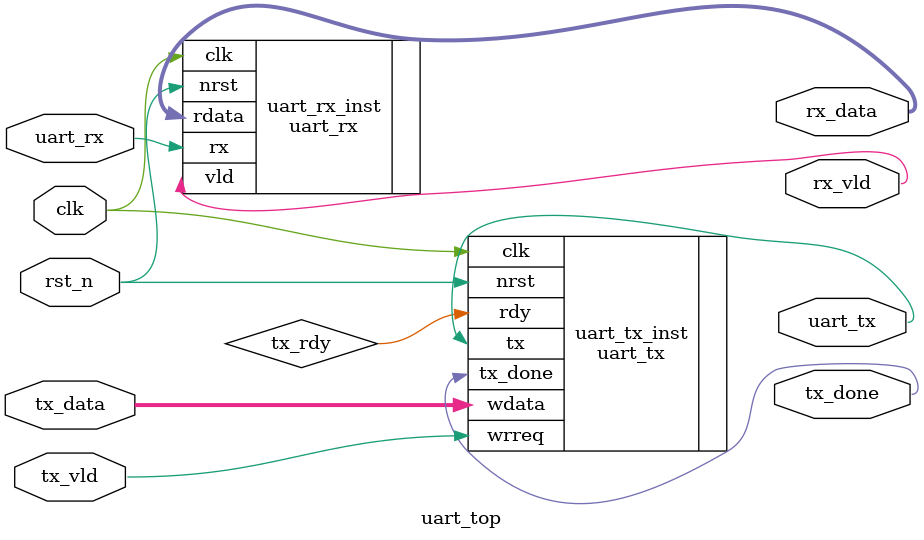
<source format=v>
module uart_top
#(
	parameter	SYS_CLOCK	=	50_000_000
)
(
	input			clk,
	input			rst_n,	
	
	input	[7:0]	tx_data,
	input			tx_vld,	
	output			uart_tx,
	output			tx_done,

	output	[7:0]	rx_data,
	output			rx_vld,
	input			uart_rx

);


uart_tx uart_tx_inst
(
	.clk		(	clk			) ,	// input  clk_sig
	.nrst		(	rst_n		) ,	// input  nrst_sig
	.wrreq		(	tx_vld		) ,	// input  wrreq_sig
	.wdata		(	tx_data		) ,	// input [7:0] wdata_sig
	.tx			(	uart_tx		) ,	// output  tx_sig
	.tx_done	(	tx_done		),
	.rdy		(	tx_rdy		) 	// output  rdy_sig
);

defparam uart_tx_inst.BAUDRATE 	= 	115200;
defparam uart_tx_inst.FREQ 		= 	SYS_CLOCK;


uart_rx uart_rx_inst
(
	.clk		(	clk			) ,	// input  clk_sig
	.nrst		(	rst_n		) ,	// input  nrst_sig
	.rx			(	uart_rx	) ,	// input  rx_sig
	.rdata		(	rx_data		) ,	// output [7:0] rdata_sig
	.vld		(	rx_vld		) 	// output  	
);

defparam uart_rx_inst.BAUDRATE	= 	115200;
defparam uart_rx_inst.FREQ		= 	SYS_CLOCK;

endmodule	

</source>
